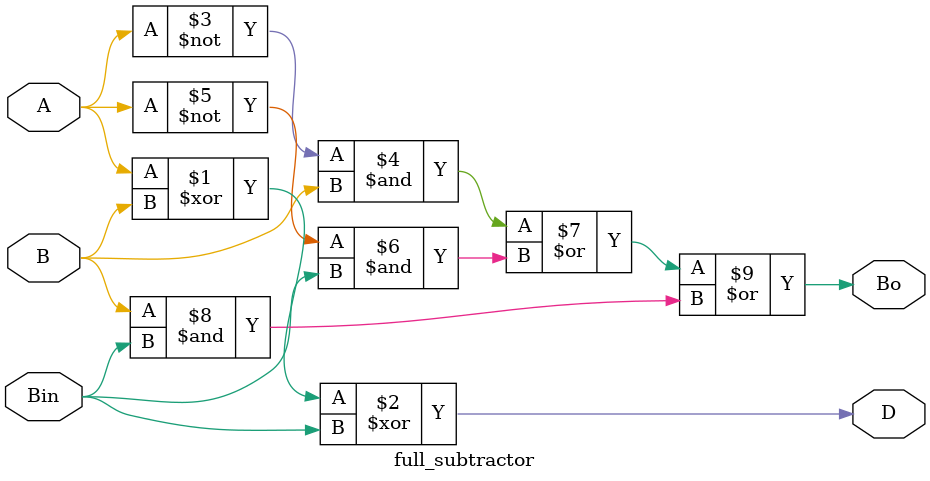
<source format=v>
module full_subtractor(
    input A,
    input B,
    input Bin,
    output D,
    output Bo
);

assign D  = A ^ B ^ Bin;                    // Difference
assign Bo = (~A & B) | (~A & Bin) | (B & Bin); // Borrow out

endmodule

</source>
